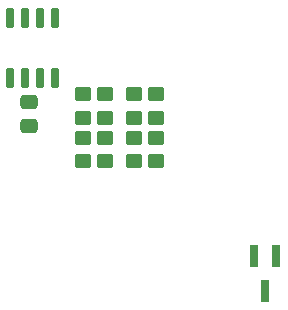
<source format=gbr>
%TF.GenerationSoftware,KiCad,Pcbnew,(6.0.7)*%
%TF.CreationDate,2023-02-02T22:14:04+01:00*%
%TF.ProjectId,bldc,626c6463-2e6b-4696-9361-645f70636258,rev?*%
%TF.SameCoordinates,Original*%
%TF.FileFunction,Paste,Bot*%
%TF.FilePolarity,Positive*%
%FSLAX46Y46*%
G04 Gerber Fmt 4.6, Leading zero omitted, Abs format (unit mm)*
G04 Created by KiCad (PCBNEW (6.0.7)) date 2023-02-02 22:14:04*
%MOMM*%
%LPD*%
G01*
G04 APERTURE LIST*
G04 Aperture macros list*
%AMRoundRect*
0 Rectangle with rounded corners*
0 $1 Rounding radius*
0 $2 $3 $4 $5 $6 $7 $8 $9 X,Y pos of 4 corners*
0 Add a 4 corners polygon primitive as box body*
4,1,4,$2,$3,$4,$5,$6,$7,$8,$9,$2,$3,0*
0 Add four circle primitives for the rounded corners*
1,1,$1+$1,$2,$3*
1,1,$1+$1,$4,$5*
1,1,$1+$1,$6,$7*
1,1,$1+$1,$8,$9*
0 Add four rect primitives between the rounded corners*
20,1,$1+$1,$2,$3,$4,$5,0*
20,1,$1+$1,$4,$5,$6,$7,0*
20,1,$1+$1,$6,$7,$8,$9,0*
20,1,$1+$1,$8,$9,$2,$3,0*%
G04 Aperture macros list end*
%ADD10RoundRect,0.250000X0.450000X-0.350000X0.450000X0.350000X-0.450000X0.350000X-0.450000X-0.350000X0*%
%ADD11RoundRect,0.250000X-0.450000X0.350000X-0.450000X-0.350000X0.450000X-0.350000X0.450000X0.350000X0*%
%ADD12RoundRect,0.250000X0.475000X-0.337500X0.475000X0.337500X-0.475000X0.337500X-0.475000X-0.337500X0*%
%ADD13RoundRect,0.150000X0.150000X-0.725000X0.150000X0.725000X-0.150000X0.725000X-0.150000X-0.725000X0*%
%ADD14R,0.800000X1.900000*%
G04 APERTURE END LIST*
D10*
%TO.C,R20*%
X124200000Y-137100000D03*
X124200000Y-135100000D03*
%TD*%
%TO.C,R16*%
X128550000Y-133400000D03*
X128550000Y-131400000D03*
%TD*%
%TO.C,R22*%
X130450000Y-137100000D03*
X130450000Y-135100000D03*
%TD*%
D11*
%TO.C,R17*%
X130450000Y-131400000D03*
X130450000Y-133400000D03*
%TD*%
D10*
%TO.C,R23*%
X126100000Y-133400000D03*
X126100000Y-131400000D03*
%TD*%
D11*
%TO.C,R19*%
X126100000Y-135100000D03*
X126100000Y-137100000D03*
%TD*%
%TO.C,R24*%
X124200000Y-131400000D03*
X124200000Y-133400000D03*
%TD*%
D12*
%TO.C,C34*%
X119700000Y-134137500D03*
X119700000Y-132062500D03*
%TD*%
D13*
%TO.C,U4*%
X121905000Y-130075000D03*
X120635000Y-130075000D03*
X119365000Y-130075000D03*
X118095000Y-130075000D03*
X118095000Y-124925000D03*
X119365000Y-124925000D03*
X120635000Y-124925000D03*
X121905000Y-124925000D03*
%TD*%
D14*
%TO.C,D6*%
X138700000Y-145100000D03*
X140600000Y-145100000D03*
X139650000Y-148100000D03*
%TD*%
D11*
%TO.C,R21*%
X128550000Y-135100000D03*
X128550000Y-137100000D03*
%TD*%
M02*

</source>
